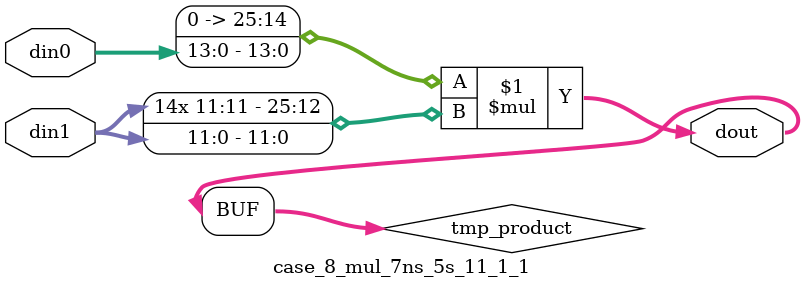
<source format=v>

`timescale 1 ns / 1 ps

 (* use_dsp = "no" *)  module case_8_mul_7ns_5s_11_1_1(din0, din1, dout);
parameter ID = 1;
parameter NUM_STAGE = 0;
parameter din0_WIDTH = 14;
parameter din1_WIDTH = 12;
parameter dout_WIDTH = 26;

input [din0_WIDTH - 1 : 0] din0; 
input [din1_WIDTH - 1 : 0] din1; 
output [dout_WIDTH - 1 : 0] dout;

wire signed [dout_WIDTH - 1 : 0] tmp_product;

























assign tmp_product = $signed({1'b0, din0}) * $signed(din1);










assign dout = tmp_product;





















endmodule

</source>
